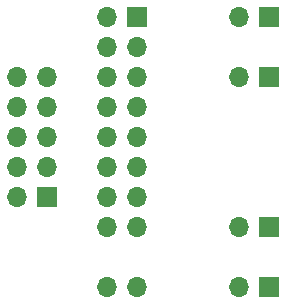
<source format=gbr>
%TF.GenerationSoftware,KiCad,Pcbnew,7.0.9*%
%TF.CreationDate,2023-11-25T22:17:53-08:00*%
%TF.ProjectId,supermicro-ATX-PCB,73757065-726d-4696-9372-6f2d4154582d,rev?*%
%TF.SameCoordinates,Original*%
%TF.FileFunction,Soldermask,Bot*%
%TF.FilePolarity,Negative*%
%FSLAX46Y46*%
G04 Gerber Fmt 4.6, Leading zero omitted, Abs format (unit mm)*
G04 Created by KiCad (PCBNEW 7.0.9) date 2023-11-25 22:17:53*
%MOMM*%
%LPD*%
G01*
G04 APERTURE LIST*
%ADD10O,1.700000X1.700000*%
%ADD11R,1.700000X1.700000*%
G04 APERTURE END LIST*
D10*
%TO.C,UID*%
X120396000Y-68580000D03*
D11*
X122936000Y-68580000D03*
%TD*%
D10*
%TO.C,PWR_FAIL*%
X120396000Y-63500000D03*
D11*
X122936000Y-63500000D03*
%TD*%
D10*
%TO.C,NIC2*%
X120396000Y-81280000D03*
D11*
X122936000Y-81280000D03*
%TD*%
%TO.C,SM-JF1*%
X111760000Y-63500000D03*
D10*
X109220000Y-63500000D03*
X111760000Y-66040000D03*
X109220000Y-66040000D03*
X111760000Y-68580000D03*
X109220000Y-68580000D03*
X111760000Y-71120000D03*
X109220000Y-71120000D03*
X111760000Y-73660000D03*
X109220000Y-73660000D03*
X111760000Y-76200000D03*
X109220000Y-76200000D03*
X111760000Y-78740000D03*
X109220000Y-78740000D03*
X111760000Y-81280000D03*
X109220000Y-81280000D03*
X111760000Y-86360000D03*
X109220000Y-86360000D03*
%TD*%
D11*
%TO.C,NIC1*%
X122936000Y-86360000D03*
D10*
X120396000Y-86360000D03*
%TD*%
D11*
%TO.C,ATX-FP1*%
X104140000Y-78740000D03*
D10*
X101600000Y-78740000D03*
X104140000Y-76200000D03*
X101600000Y-76200000D03*
X104140000Y-73660000D03*
X101600000Y-73660000D03*
X104140000Y-71120000D03*
X101600000Y-71120000D03*
X104140000Y-68580000D03*
X101600000Y-68580000D03*
%TD*%
M02*

</source>
